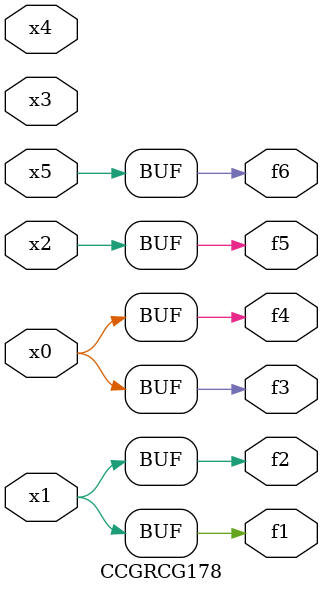
<source format=v>
module CCGRCG178(
	input x0, x1, x2, x3, x4, x5,
	output f1, f2, f3, f4, f5, f6
);
	assign f1 = x1;
	assign f2 = x1;
	assign f3 = x0;
	assign f4 = x0;
	assign f5 = x2;
	assign f6 = x5;
endmodule

</source>
